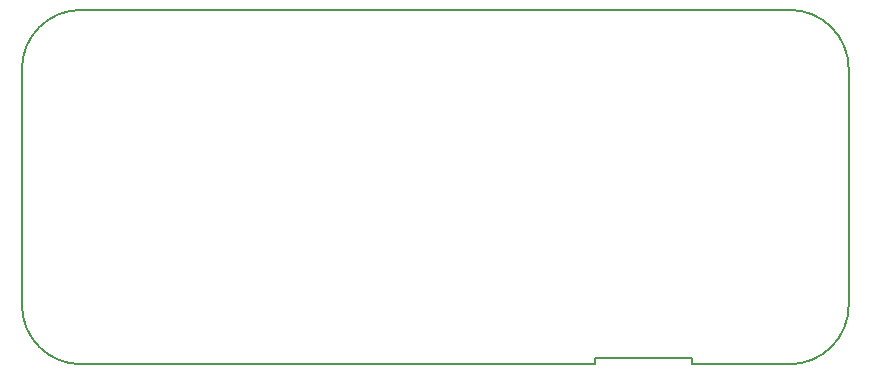
<source format=gm1>
G04 #@! TF.GenerationSoftware,KiCad,Pcbnew,(5.0.2)-1*
G04 #@! TF.CreationDate,2019-10-12T17:38:11+09:00*
G04 #@! TF.ProjectId,PD_Board,50445f42-6f61-4726-942e-6b696361645f,rev?*
G04 #@! TF.SameCoordinates,Original*
G04 #@! TF.FileFunction,Profile,NP*
%FSLAX46Y46*%
G04 Gerber Fmt 4.6, Leading zero omitted, Abs format (unit mm)*
G04 Created by KiCad (PCBNEW (5.0.2)-1) date 2019/10/12 17:38:11*
%MOMM*%
%LPD*%
G01*
G04 APERTURE LIST*
%ADD10C,0.150000*%
%ADD11C,0.200000*%
G04 APERTURE END LIST*
D10*
X163500000Y-105000000D02*
X120000000Y-105000000D01*
X163500000Y-104500000D02*
X163500000Y-105000000D01*
X171750000Y-104500000D02*
X163500000Y-104500000D01*
X171750000Y-105000000D02*
X171750000Y-104500000D01*
X180000000Y-105000000D02*
X171750000Y-105000000D01*
X185000000Y-100000000D02*
G75*
G02X180000000Y-105000000I-5000000J0D01*
G01*
X120000000Y-105000000D02*
G75*
G02X115000000Y-100000000I0J5000000D01*
G01*
X115000000Y-80000000D02*
G75*
G02X120000000Y-75000000I5000000J0D01*
G01*
X180000000Y-75000000D02*
G75*
G02X185000000Y-80000000I0J-5000000D01*
G01*
D11*
X185000000Y-80000000D02*
X185000000Y-100000000D01*
X115000000Y-80000000D02*
X115000000Y-100000000D01*
X120000000Y-75000000D02*
X180000000Y-75000000D01*
M02*

</source>
